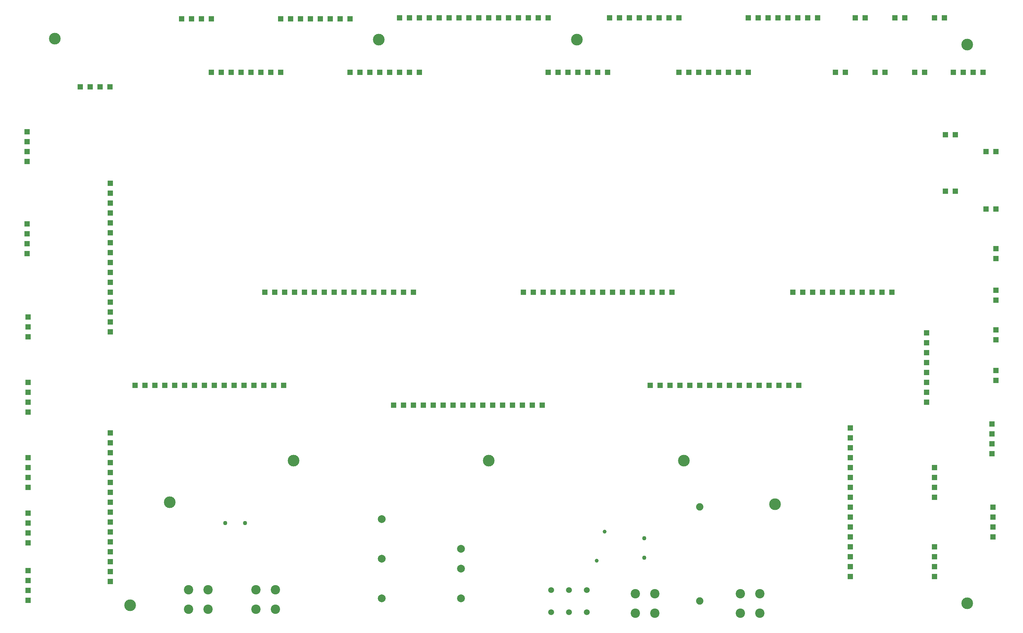
<source format=gbs>
G04 (created by PCBNEW (2013-07-07 BZR 4022)-stable) date 3/30/2016 4:45:44 AM*
%MOIN*%
G04 Gerber Fmt 3.4, Leading zero omitted, Abs format*
%FSLAX34Y34*%
G01*
G70*
G90*
G04 APERTURE LIST*
%ADD10C,0.00590551*%
%ADD11C,0.11811*%
%ADD12R,0.055X0.055*%
%ADD13C,0.0944882*%
%ADD14C,0.0787402*%
%ADD15C,0.0744094*%
%ADD16C,0.0433071*%
%ADD17C,0.0393701*%
%ADD18C,0.0598425*%
G04 APERTURE END LIST*
G54D10*
G54D11*
X77400Y-29000D03*
G54D12*
X116400Y-32300D03*
X32800Y-63900D03*
X36800Y-63900D03*
X40800Y-63900D03*
X43800Y-63900D03*
X46800Y-63900D03*
X58900Y-65900D03*
X60900Y-65900D03*
X37800Y-63900D03*
X33800Y-63900D03*
X115400Y-32300D03*
X66900Y-65900D03*
X64900Y-65900D03*
X63900Y-65900D03*
X62900Y-65900D03*
X103500Y-32300D03*
X99700Y-26800D03*
X96700Y-26800D03*
X93700Y-32300D03*
X99800Y-63900D03*
X72000Y-54500D03*
X76000Y-54500D03*
X80000Y-54500D03*
X83000Y-54500D03*
X86000Y-54500D03*
X85800Y-63900D03*
X89800Y-63900D03*
X93800Y-63900D03*
X96800Y-63900D03*
X86700Y-26800D03*
X91700Y-32300D03*
X94700Y-26800D03*
X97700Y-26800D03*
X100700Y-26800D03*
X104500Y-32300D03*
X106500Y-26800D03*
X109500Y-26800D03*
X112500Y-32300D03*
X21900Y-39300D03*
X61500Y-26800D03*
X65500Y-26800D03*
X68500Y-26800D03*
X71500Y-26800D03*
X73500Y-26800D03*
X74500Y-32300D03*
X77500Y-32300D03*
X80700Y-26800D03*
X21900Y-40300D03*
X60500Y-32300D03*
X112700Y-58600D03*
X112700Y-60600D03*
X112700Y-62600D03*
X112700Y-64600D03*
X22000Y-76800D03*
X22000Y-73200D03*
X22000Y-66600D03*
X22000Y-63600D03*
X40500Y-32300D03*
X83700Y-26800D03*
X80500Y-32300D03*
X76500Y-32300D03*
X64500Y-26800D03*
X60500Y-26800D03*
X59500Y-32300D03*
X55500Y-32300D03*
X44500Y-32300D03*
X42500Y-32300D03*
X57900Y-54500D03*
X39500Y-26900D03*
X43500Y-32300D03*
X45500Y-32300D03*
X46500Y-32300D03*
X47500Y-26900D03*
X50500Y-26900D03*
X53500Y-26900D03*
X56500Y-32300D03*
X30300Y-54500D03*
X30300Y-55500D03*
X30300Y-68700D03*
X30300Y-69700D03*
X30300Y-72700D03*
X30300Y-73700D03*
X22000Y-84600D03*
X119300Y-70800D03*
X119300Y-68800D03*
X30250Y-33750D03*
X30300Y-53500D03*
X30300Y-52500D03*
X30300Y-51500D03*
X30300Y-49500D03*
X30300Y-46500D03*
X30300Y-44500D03*
X30300Y-43500D03*
X105000Y-68200D03*
X30300Y-83700D03*
X105000Y-82200D03*
X105000Y-81200D03*
X105000Y-79200D03*
X105000Y-77200D03*
X105000Y-76200D03*
X21900Y-50600D03*
X22000Y-59000D03*
X22000Y-65600D03*
X22000Y-72200D03*
X105000Y-83200D03*
X30300Y-81700D03*
X105000Y-80200D03*
X105000Y-78200D03*
X105000Y-75200D03*
X105000Y-74200D03*
X105000Y-71200D03*
X105000Y-70200D03*
X30300Y-45500D03*
X30300Y-47500D03*
X78000Y-54500D03*
X119700Y-59300D03*
X114600Y-44300D03*
X115600Y-38600D03*
X108200Y-54500D03*
X105200Y-54500D03*
X98800Y-63900D03*
X95800Y-63900D03*
X92800Y-63900D03*
X88800Y-63900D03*
X119700Y-62400D03*
X74000Y-54500D03*
X59900Y-54500D03*
X55900Y-54500D03*
X70900Y-65900D03*
X73900Y-65900D03*
X47900Y-54500D03*
X50900Y-54500D03*
X53900Y-54500D03*
X30300Y-50500D03*
X30300Y-79700D03*
X30300Y-77700D03*
X30300Y-76700D03*
X105000Y-73200D03*
X105000Y-72200D03*
X105000Y-69200D03*
X30300Y-58500D03*
X30300Y-48500D03*
X22000Y-57000D03*
X30300Y-56500D03*
X30300Y-57500D03*
X30300Y-70700D03*
X30300Y-71700D03*
X30300Y-74700D03*
X30300Y-75700D03*
X119400Y-77200D03*
X113500Y-74200D03*
X106200Y-54500D03*
X113500Y-80200D03*
X119400Y-78200D03*
X113500Y-75200D03*
X113500Y-72200D03*
X119700Y-58300D03*
X119700Y-46100D03*
X115600Y-44300D03*
X118700Y-40300D03*
X109200Y-54500D03*
X113500Y-82200D03*
X103200Y-54500D03*
X101200Y-54500D03*
X91800Y-63900D03*
X87800Y-63900D03*
X84800Y-63900D03*
X85000Y-54500D03*
X82000Y-54500D03*
X79000Y-54500D03*
X21900Y-49600D03*
X69500Y-26800D03*
X72500Y-26800D03*
X74500Y-26800D03*
X75500Y-32300D03*
X78500Y-32300D03*
X81700Y-26800D03*
X84700Y-26800D03*
X87700Y-26800D03*
X21900Y-47600D03*
X75000Y-54500D03*
X22000Y-58000D03*
X22000Y-64600D03*
X22000Y-71200D03*
X22000Y-74200D03*
X22000Y-77800D03*
X22000Y-79800D03*
X29250Y-33750D03*
X27250Y-33750D03*
X63500Y-26800D03*
X90700Y-32300D03*
X89700Y-32300D03*
X88700Y-32300D03*
X87700Y-32300D03*
X85700Y-26800D03*
X82700Y-26800D03*
X79500Y-32300D03*
X70500Y-26800D03*
X67500Y-26800D03*
X94700Y-32300D03*
X59500Y-26800D03*
X58500Y-32300D03*
X54500Y-32300D03*
X52500Y-26900D03*
X49500Y-26900D03*
X41500Y-32300D03*
X40500Y-26900D03*
X38500Y-26900D03*
X65900Y-65900D03*
X60900Y-54500D03*
X56900Y-54500D03*
X52900Y-54500D03*
X49900Y-54500D03*
X46900Y-54500D03*
X72900Y-65900D03*
X69900Y-65900D03*
X67900Y-65900D03*
X66500Y-26800D03*
X44800Y-63900D03*
X41800Y-63900D03*
X38800Y-63900D03*
X34800Y-63900D03*
X117400Y-32300D03*
X113500Y-26800D03*
X110500Y-26800D03*
X107500Y-32300D03*
X30300Y-80700D03*
X119700Y-51100D03*
X119700Y-50100D03*
X119700Y-55300D03*
X119700Y-54300D03*
X119700Y-63400D03*
X113500Y-73200D03*
X119400Y-76200D03*
X119400Y-79200D03*
X30300Y-78700D03*
X118700Y-46100D03*
X30300Y-82700D03*
X112700Y-65600D03*
X112700Y-63600D03*
X112700Y-61600D03*
X112700Y-59600D03*
X21900Y-38300D03*
X68900Y-65900D03*
X71900Y-65900D03*
X22000Y-85600D03*
X21900Y-48600D03*
X21900Y-41300D03*
X22000Y-82600D03*
X22000Y-78800D03*
X113500Y-81200D03*
X113500Y-83200D03*
X28250Y-33750D03*
X119300Y-67800D03*
X119300Y-69800D03*
X45900Y-54500D03*
X22000Y-83600D03*
X99200Y-54500D03*
X100200Y-54500D03*
X102200Y-54500D03*
X104200Y-54500D03*
X107200Y-54500D03*
X114600Y-38600D03*
X119700Y-40300D03*
X59900Y-65900D03*
X108500Y-32300D03*
X111500Y-32300D03*
X114500Y-26800D03*
X118400Y-32300D03*
X35800Y-63900D03*
X39800Y-63900D03*
X42800Y-63900D03*
X45800Y-63900D03*
X47800Y-63900D03*
X105500Y-26800D03*
X61900Y-65900D03*
X47500Y-32300D03*
X48500Y-26900D03*
X51500Y-26900D03*
X54500Y-26900D03*
X57500Y-32300D03*
X61500Y-32300D03*
X62500Y-26800D03*
X87000Y-54500D03*
X48900Y-54500D03*
X51900Y-54500D03*
X54900Y-54500D03*
X58900Y-54500D03*
X73000Y-54500D03*
X77000Y-54500D03*
X81000Y-54500D03*
X84000Y-54500D03*
X37500Y-26900D03*
X86800Y-63900D03*
X90800Y-63900D03*
X94800Y-63900D03*
X97800Y-63900D03*
X92700Y-32300D03*
X95700Y-26800D03*
X98700Y-26800D03*
X101700Y-26800D03*
G54D11*
X24700Y-28900D03*
X32300Y-86100D03*
X116800Y-85900D03*
X116800Y-29500D03*
X68500Y-71500D03*
X57400Y-29000D03*
G54D13*
X93900Y-86900D03*
X93900Y-84931D03*
X95868Y-84931D03*
X95868Y-86900D03*
X83300Y-86900D03*
X83300Y-84931D03*
X85268Y-84931D03*
X85268Y-86900D03*
X38200Y-86500D03*
X38200Y-84531D03*
X40168Y-84531D03*
X40168Y-86500D03*
X45000Y-86500D03*
X45000Y-84531D03*
X46968Y-84531D03*
X46968Y-86500D03*
G54D14*
X65700Y-82400D03*
X65700Y-80400D03*
X57700Y-77400D03*
X57700Y-81400D03*
X57700Y-85400D03*
X65700Y-85400D03*
G54D15*
X89800Y-85651D03*
X89800Y-76148D03*
G54D16*
X41915Y-77800D03*
X43884Y-77800D03*
X84200Y-81284D03*
X84200Y-79315D03*
G54D17*
X80187Y-78647D03*
X79400Y-81600D03*
G54D11*
X88200Y-71500D03*
X48800Y-71500D03*
X36300Y-75700D03*
X97400Y-75900D03*
G54D18*
X74788Y-84555D03*
X76600Y-84555D03*
X78411Y-84555D03*
X74788Y-86800D03*
X76600Y-86800D03*
X78411Y-86800D03*
M02*

</source>
